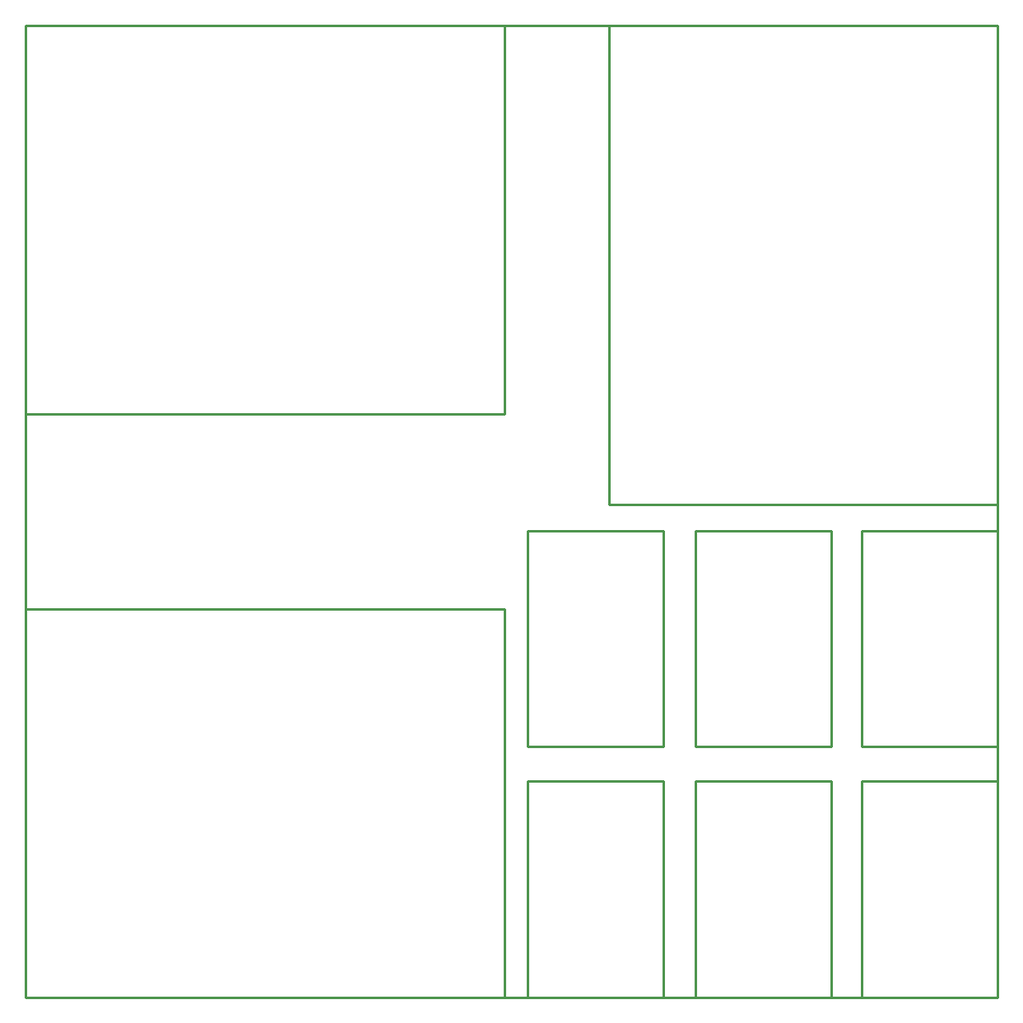
<source format=gko>
%FSLAX25Y25*%
%MOIN*%
G70*
G01*
G75*
G04 Layer_Color=16711935*
%ADD10R,0.01772X0.06299*%
%ADD11R,0.06299X0.13386*%
%ADD12R,0.01654X0.05512*%
%ADD13R,0.05512X0.07087*%
%ADD14R,0.05000X0.03500*%
%ADD15R,0.09000X0.15000*%
%ADD16R,0.08465X0.05000*%
%ADD17R,0.15000X0.28000*%
%ADD18R,0.07874X0.15748*%
%ADD19R,0.05906X0.15748*%
%ADD20R,0.06600X0.01700*%
%ADD21R,0.07087X0.05512*%
%ADD22R,0.11024X0.07874*%
%ADD23R,0.03300X0.03150*%
%ADD24R,0.04724X0.04724*%
%ADD25R,0.03937X0.05906*%
%ADD26R,0.05906X0.03937*%
%ADD27R,0.15748X0.07874*%
%ADD28R,0.03500X0.05000*%
%ADD29R,0.15748X0.05906*%
%ADD30R,0.07874X0.11024*%
%ADD31R,0.04724X0.04724*%
%ADD32R,0.05512X0.01654*%
%ADD33R,0.06299X0.01772*%
%ADD34R,0.13386X0.06299*%
%ADD35R,0.15000X0.09000*%
%ADD36R,0.05000X0.08465*%
%ADD37R,0.28000X0.15000*%
%ADD38C,0.04000*%
%ADD39C,0.01800*%
%ADD40C,0.02000*%
%ADD41C,0.01500*%
%ADD42C,0.02500*%
%ADD43C,0.03000*%
%ADD44C,0.01000*%
%ADD45C,0.05000*%
%ADD46R,0.27700X0.02100*%
%ADD47R,0.01900X0.03800*%
%ADD48R,0.35700X0.03400*%
%ADD49R,0.02100X0.27700*%
%ADD50R,0.03800X0.01900*%
%ADD51R,0.03400X0.35700*%
%ADD52R,0.08200X0.15600*%
%ADD53R,0.05512X0.07874*%
%ADD54R,0.05118X0.07874*%
%ADD55C,0.07874*%
%ADD56C,0.07087*%
%ADD57R,0.07874X0.05512*%
%ADD58R,0.07874X0.05118*%
%ADD59C,0.15800*%
%ADD60C,0.03937*%
%ADD61C,0.04000*%
%ADD62C,0.05000*%
%ADD63C,0.06000*%
%ADD64R,0.26000X0.28400*%
%ADD65R,0.03000X0.10000*%
%ADD66R,0.10000X0.20000*%
%ADD67R,0.09449X0.04724*%
%ADD68R,0.04724X0.11024*%
%ADD69R,0.09843X0.14961*%
%ADD70R,0.14961X0.09843*%
%ADD71R,0.20000X0.10000*%
%ADD72R,0.10000X0.03000*%
%ADD73R,0.04724X0.09449*%
%ADD74R,0.11024X0.04724*%
%ADD75R,0.28400X0.26000*%
%ADD76C,0.03500*%
%ADD77R,0.21028X0.12517*%
%ADD78R,0.12517X0.21028*%
%ADD79R,0.20200X0.15600*%
%ADD80C,0.00200*%
%ADD81C,0.00394*%
%ADD82C,0.00591*%
%ADD83C,0.00787*%
%ADD84C,0.00500*%
%ADD85C,0.00050*%
%ADD86C,0.00800*%
%ADD87R,0.02300X0.06299*%
%ADD88R,0.12100X0.11300*%
%ADD89R,0.06299X0.02100*%
%ADD90R,0.06299X0.02300*%
%ADD91R,0.02100X0.06299*%
%ADD92R,0.11300X0.12100*%
%ADD93R,0.02572X0.07099*%
%ADD94R,0.07099X0.14186*%
%ADD95R,0.02454X0.06312*%
%ADD96R,0.06312X0.07887*%
%ADD97R,0.05800X0.04300*%
%ADD98R,0.09800X0.15800*%
%ADD99R,0.09265X0.05800*%
%ADD100R,0.15800X0.28800*%
%ADD101R,0.08674X0.16548*%
%ADD102R,0.06706X0.16548*%
%ADD103R,0.07400X0.02500*%
%ADD104R,0.07887X0.06312*%
%ADD105R,0.11824X0.08674*%
%ADD106R,0.04100X0.03950*%
%ADD107R,0.05524X0.05524*%
%ADD108R,0.04737X0.06706*%
%ADD109R,0.06706X0.04737*%
%ADD110R,0.16548X0.08674*%
%ADD111R,0.04300X0.05800*%
%ADD112R,0.16548X0.06706*%
%ADD113R,0.08674X0.11824*%
%ADD114R,0.05524X0.05524*%
%ADD115R,0.06312X0.02454*%
%ADD116R,0.07099X0.02572*%
%ADD117R,0.14186X0.07099*%
%ADD118R,0.15800X0.09800*%
%ADD119R,0.05800X0.09265*%
%ADD120R,0.28800X0.15800*%
%ADD121R,0.06312X0.08674*%
%ADD122R,0.05918X0.08674*%
%ADD123C,0.08674*%
%ADD124C,0.07887*%
%ADD125R,0.08674X0.06312*%
%ADD126R,0.08674X0.05918*%
%ADD127C,0.16600*%
%ADD128C,0.04737*%
%ADD129C,0.04800*%
%ADD130C,0.05800*%
%ADD131C,0.06800*%
%ADD132R,0.26800X0.29200*%
%ADD133R,0.03800X0.10800*%
%ADD134R,0.10800X0.20800*%
%ADD135R,0.10249X0.05524*%
%ADD136R,0.05524X0.11824*%
%ADD137R,0.10642X0.15761*%
%ADD138R,0.15761X0.10642*%
%ADD139R,0.20800X0.10800*%
%ADD140R,0.10800X0.03800*%
%ADD141R,0.05524X0.10249*%
%ADD142R,0.11824X0.05524*%
%ADD143R,0.29200X0.26800*%
%ADD144C,0.00300*%
%ADD145C,0.01969*%
%ADD146C,0.01181*%
%ADD147R,0.06000X0.16929*%
%ADD148R,0.16929X0.06000*%
D44*
X0Y0D02*
Y393701D01*
Y0D02*
X393701D01*
Y393701D01*
X0D02*
X393701D01*
X194000Y236300D02*
Y393700D01*
X0D02*
X194000D01*
X0Y236300D02*
X194000D01*
X0D02*
Y393700D01*
X194000Y0D02*
Y157400D01*
X0D02*
X194000D01*
X0Y0D02*
X194000D01*
X0D02*
Y157400D01*
X236300Y393700D02*
X393700D01*
X236300Y199700D02*
Y393700D01*
X393700Y199700D02*
Y393700D01*
X236300Y199700D02*
X393700D01*
X338700Y0D02*
Y87500D01*
Y0D02*
X393700D01*
X338700Y87500D02*
X393700D01*
Y0D02*
Y87500D01*
X271300Y0D02*
Y87500D01*
Y0D02*
X326300D01*
X271300Y87500D02*
X326300D01*
Y0D02*
Y87500D01*
X203300Y0D02*
Y87500D01*
Y0D02*
X258300D01*
X203300Y87500D02*
X258300D01*
Y0D02*
Y87500D01*
Y101500D02*
Y189000D01*
X203300D02*
X258300D01*
X203300Y101500D02*
X258300D01*
X203300D02*
Y189000D01*
X326300Y101500D02*
Y189000D01*
X271300D02*
X326300D01*
X271300Y101500D02*
X326300D01*
X271300D02*
Y189000D01*
X393700Y101500D02*
Y189000D01*
X338700D02*
X393700D01*
X338700Y101500D02*
X393700D01*
X338700D02*
Y189000D01*
M02*

</source>
